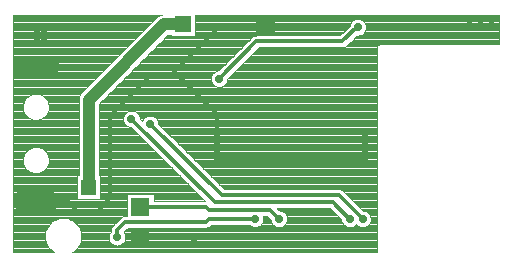
<source format=gbr>
G04 DipTrace 2.3.1.0*
%INBottom.gbr*%
%MOMM*%
%ADD14C,0.3*%
%ADD16C,1.0*%
%ADD17C,0.1*%
%ADD21O,4.0X1.6*%
%ADD27R,1.5X1.5*%
%ADD28C,0.7*%
%ADD30C,0.6*%
%FSLAX53Y53*%
G04*
G71*
G90*
G75*
G01*
%LNBottom*%
%LPD*%
X22320Y21550D2*
D14*
X28360Y15510D1*
X38290D1*
X40300Y13500D1*
X16760Y15874D2*
Y16509D1*
X17395D1*
Y15874D1*
X16760D1*
X17105Y16219D1*
X17395Y16509D1*
X16760D2*
X17395Y15874D1*
X24764Y30320D2*
X25399D1*
Y29685D1*
X24764D1*
Y30320D1*
X25399Y29685D1*
Y30320D2*
X24764Y29685D1*
Y29970D1*
D16*
X23461D1*
X17105Y23614D1*
Y16219D1*
X39890Y29730D2*
D14*
X39790D1*
X38600Y28540D1*
X31320D1*
X28160Y25380D1*
X32384Y29685D2*
X32225D1*
X31749Y30320D2*
X32384D1*
Y29685D1*
X31749D1*
Y30320D1*
X51275D2*
X50322D1*
X49370D2*
X50322D1*
X49370D2*
X41591D1*
X41274Y30637D1*
X32701D1*
X32384Y30320D1*
X31749Y29685D2*
X28098D1*
X24355Y25942D1*
X24129Y25716D1*
X22382D1*
X18890Y22224D1*
Y15239D1*
X17779Y14127D1*
X16191D1*
X15239Y15080D1*
X12671D1*
X12640Y15049D1*
X27939Y18573D2*
Y22358D1*
X24355Y25942D1*
X27939Y20477D2*
Y19843D1*
Y19207D1*
Y18573D1*
X40480Y20478D2*
Y19843D1*
Y19208D1*
Y18573D1*
X27939D1*
X39200Y13520D2*
X39160D1*
X37770Y14910D1*
X27800D1*
X20730Y21980D1*
X33200Y13520D2*
X32440Y14280D1*
X27270D1*
X27010Y14540D1*
X21500D1*
X31200Y13520D2*
X27260D1*
X27020Y13280D1*
X20230D1*
X19510Y12560D1*
Y11960D1*
D28*
X40300Y13500D3*
X39200Y13520D3*
X20730Y21980D3*
X22320Y21550D3*
D30*
X16760Y16509D3*
X17395D3*
X16760Y15874D3*
X17395D3*
X24764Y30320D3*
X25399D3*
X24764Y29685D3*
X25399D3*
X49370Y30320D3*
X50322D3*
X51275D3*
X31749D3*
X32384D3*
X31749Y29685D3*
X32384D3*
X27939Y20477D3*
D28*
X39890Y29730D3*
X28160Y25380D3*
X19510Y11960D3*
X31200Y13520D3*
X33200D3*
D30*
X40480Y20478D3*
X27939Y19843D3*
X40480D3*
X27939Y19207D3*
X40480Y19208D3*
X27939Y18573D3*
X40480D3*
X26040Y11640D3*
X12720Y29355D3*
X13355D3*
X12720Y28720D3*
X13355D3*
X10696Y30717D2*
D17*
X23039D1*
X26103D2*
X51803D1*
X10696Y30621D2*
X22899D1*
X26103D2*
X51803D1*
X10696Y30524D2*
X22799D1*
X26103D2*
X51803D1*
X10696Y30427D2*
X22702D1*
X26103D2*
X39786D1*
X39994D2*
X51803D1*
X10696Y30331D2*
X22605D1*
X26103D2*
X39513D1*
X40267D2*
X51803D1*
X10696Y30234D2*
X22508D1*
X26103D2*
X39389D1*
X40391D2*
X51803D1*
X10696Y30137D2*
X22411D1*
X26103D2*
X39306D1*
X40473D2*
X51803D1*
X10696Y30041D2*
X22314D1*
X26103D2*
X39249D1*
X40531D2*
X51803D1*
X10696Y29944D2*
X22217D1*
X26103D2*
X39210D1*
X40570D2*
X51803D1*
X10696Y29847D2*
X22122D1*
X26103D2*
X39185D1*
X40594D2*
X51803D1*
X10696Y29751D2*
X22025D1*
X26103D2*
X39088D1*
X40603D2*
X51803D1*
X10696Y29654D2*
X21928D1*
X26103D2*
X38992D1*
X40600D2*
X51803D1*
X10696Y29557D2*
X21831D1*
X26103D2*
X38896D1*
X40583D2*
X51803D1*
X10696Y29461D2*
X21735D1*
X26103D2*
X38799D1*
X40550D2*
X51803D1*
X10696Y29364D2*
X21638D1*
X26103D2*
X38702D1*
X40501D2*
X51803D1*
X10696Y29267D2*
X21541D1*
X26103D2*
X38605D1*
X40430D2*
X51803D1*
X10696Y29171D2*
X21444D1*
X26103D2*
X38508D1*
X40326D2*
X51803D1*
X10696Y29074D2*
X21349D1*
X23783D2*
X24066D1*
X26103D2*
X38411D1*
X40155D2*
X51803D1*
X10696Y28977D2*
X21252D1*
X23686D2*
X24066D1*
X26103D2*
X31060D1*
X39759D2*
X51803D1*
X10696Y28881D2*
X21155D1*
X23589D2*
X30938D1*
X39662D2*
X51803D1*
X10696Y28784D2*
X21058D1*
X23492D2*
X30842D1*
X39566D2*
X51803D1*
X10696Y28687D2*
X20961D1*
X23395D2*
X30746D1*
X39470D2*
X51803D1*
X10696Y28591D2*
X20864D1*
X23300D2*
X30649D1*
X39373D2*
X51803D1*
X10696Y28494D2*
X20767D1*
X23203D2*
X30552D1*
X39276D2*
X51803D1*
X10696Y28397D2*
X20672D1*
X23106D2*
X30455D1*
X39180D2*
X51803D1*
X10696Y28301D2*
X20575D1*
X23009D2*
X30358D1*
X39083D2*
X51803D1*
X10696Y28204D2*
X20478D1*
X22912D2*
X30261D1*
X38986D2*
X41578D1*
X10696Y28107D2*
X20381D1*
X22816D2*
X30164D1*
X38867D2*
X41528D1*
X10696Y28011D2*
X20285D1*
X22719D2*
X30069D1*
X31512D2*
X41524D1*
X10696Y27914D2*
X20188D1*
X22622D2*
X29972D1*
X31416D2*
X41524D1*
X10696Y27817D2*
X20091D1*
X22526D2*
X29875D1*
X31320D2*
X41524D1*
X10696Y27721D2*
X19994D1*
X22430D2*
X29778D1*
X31223D2*
X41524D1*
X10696Y27624D2*
X19899D1*
X22333D2*
X29681D1*
X31126D2*
X41524D1*
X10696Y27527D2*
X19802D1*
X22236D2*
X29585D1*
X31030D2*
X41524D1*
X10696Y27431D2*
X19705D1*
X22139D2*
X29488D1*
X30933D2*
X41524D1*
X10696Y27334D2*
X19608D1*
X22042D2*
X29392D1*
X30836D2*
X41524D1*
X10696Y27237D2*
X19511D1*
X21945D2*
X29296D1*
X30739D2*
X41524D1*
X10696Y27141D2*
X19414D1*
X21850D2*
X29199D1*
X30644D2*
X41524D1*
X10696Y27044D2*
X19317D1*
X21753D2*
X29102D1*
X30547D2*
X41524D1*
X10696Y26947D2*
X19222D1*
X21656D2*
X29005D1*
X30450D2*
X41524D1*
X10696Y26851D2*
X19125D1*
X21559D2*
X28908D1*
X30353D2*
X41524D1*
X10696Y26754D2*
X19028D1*
X21462D2*
X28811D1*
X30256D2*
X41524D1*
X10696Y26657D2*
X18931D1*
X21366D2*
X28714D1*
X30159D2*
X41524D1*
X10696Y26561D2*
X18835D1*
X21269D2*
X28619D1*
X30062D2*
X41524D1*
X10696Y26464D2*
X18738D1*
X21172D2*
X28522D1*
X29966D2*
X41524D1*
X10696Y26367D2*
X18641D1*
X21076D2*
X28425D1*
X29870D2*
X41524D1*
X10696Y26271D2*
X18544D1*
X20980D2*
X28328D1*
X29773D2*
X41524D1*
X10696Y26174D2*
X18449D1*
X20883D2*
X28231D1*
X29676D2*
X41524D1*
X10696Y26077D2*
X18352D1*
X20786D2*
X28056D1*
X29580D2*
X41524D1*
X10696Y25981D2*
X18255D1*
X20689D2*
X27783D1*
X29483D2*
X41524D1*
X10696Y25884D2*
X18158D1*
X20592D2*
X27660D1*
X29386D2*
X41524D1*
X10696Y25787D2*
X18061D1*
X20495D2*
X27577D1*
X29289D2*
X41524D1*
X10696Y25691D2*
X17964D1*
X20400D2*
X27519D1*
X29194D2*
X41524D1*
X10696Y25594D2*
X17867D1*
X20303D2*
X27480D1*
X29097D2*
X41524D1*
X10696Y25497D2*
X17772D1*
X20206D2*
X27456D1*
X29000D2*
X41524D1*
X10696Y25401D2*
X17675D1*
X20109D2*
X27447D1*
X28903D2*
X41524D1*
X10696Y25304D2*
X17578D1*
X20012D2*
X27450D1*
X28870D2*
X41524D1*
X10696Y25207D2*
X17481D1*
X19916D2*
X27467D1*
X28851D2*
X41524D1*
X10696Y25111D2*
X17385D1*
X19819D2*
X27500D1*
X28820D2*
X41524D1*
X10696Y25014D2*
X17288D1*
X19722D2*
X27549D1*
X28770D2*
X41524D1*
X10696Y24917D2*
X17191D1*
X19626D2*
X27621D1*
X28700D2*
X41524D1*
X10696Y24821D2*
X17094D1*
X19530D2*
X27724D1*
X28597D2*
X41524D1*
X10696Y24724D2*
X16999D1*
X19433D2*
X27896D1*
X28425D2*
X41524D1*
X10696Y24627D2*
X16902D1*
X19336D2*
X41524D1*
X10696Y24531D2*
X16805D1*
X19239D2*
X41524D1*
X10696Y24434D2*
X16708D1*
X19142D2*
X41524D1*
X10696Y24337D2*
X16611D1*
X19045D2*
X41524D1*
X10696Y24241D2*
X16514D1*
X18950D2*
X41524D1*
X10696Y24144D2*
X16427D1*
X18853D2*
X41524D1*
X10696Y24047D2*
X12286D1*
X12994D2*
X16360D1*
X18756D2*
X41524D1*
X10696Y23951D2*
X12072D1*
X13208D2*
X16311D1*
X18659D2*
X41524D1*
X10696Y23854D2*
X11933D1*
X13348D2*
X16275D1*
X18562D2*
X41524D1*
X10696Y23757D2*
X11828D1*
X13451D2*
X16253D1*
X18466D2*
X41524D1*
X10696Y23661D2*
X11747D1*
X13533D2*
X16242D1*
X18369D2*
X41524D1*
X10696Y23564D2*
X11681D1*
X13598D2*
X16241D1*
X18272D2*
X41524D1*
X10696Y23467D2*
X11631D1*
X13650D2*
X16241D1*
X18176D2*
X41524D1*
X10696Y23371D2*
X11591D1*
X13689D2*
X16241D1*
X18080D2*
X41524D1*
X10696Y23274D2*
X11561D1*
X13719D2*
X16241D1*
X17983D2*
X41524D1*
X10696Y23177D2*
X11541D1*
X13739D2*
X16241D1*
X17969D2*
X41524D1*
X10696Y23081D2*
X11530D1*
X13750D2*
X16241D1*
X17969D2*
X41524D1*
X10696Y22984D2*
X11527D1*
X13753D2*
X16241D1*
X17969D2*
X41524D1*
X10696Y22887D2*
X11531D1*
X13748D2*
X16241D1*
X17969D2*
X41524D1*
X10696Y22791D2*
X11546D1*
X13734D2*
X16241D1*
X17969D2*
X41524D1*
X10696Y22694D2*
X11569D1*
X13711D2*
X16241D1*
X17969D2*
X41524D1*
X10696Y22597D2*
X11602D1*
X13678D2*
X16241D1*
X17969D2*
X20383D1*
X21078D2*
X41524D1*
X10696Y22501D2*
X11646D1*
X13634D2*
X16241D1*
X17969D2*
X20247D1*
X21214D2*
X41524D1*
X10696Y22404D2*
X11700D1*
X13580D2*
X16241D1*
X17969D2*
X20158D1*
X21301D2*
X41524D1*
X10696Y22307D2*
X11769D1*
X13511D2*
X16241D1*
X17969D2*
X20097D1*
X21362D2*
X41524D1*
X10696Y22211D2*
X11858D1*
X13423D2*
X16241D1*
X17969D2*
X20055D1*
X21405D2*
X22067D1*
X22572D2*
X41524D1*
X10696Y22114D2*
X11971D1*
X13309D2*
X16241D1*
X17969D2*
X20030D1*
X21431D2*
X21889D1*
X22751D2*
X41524D1*
X10696Y22017D2*
X12125D1*
X13155D2*
X16241D1*
X17969D2*
X20017D1*
X21442D2*
X21785D1*
X22856D2*
X41524D1*
X10696Y21921D2*
X12394D1*
X12886D2*
X16241D1*
X17969D2*
X20019D1*
X21512D2*
X21711D1*
X22928D2*
X41524D1*
X10696Y21824D2*
X16241D1*
X17969D2*
X20035D1*
X21608D2*
X21661D1*
X22978D2*
X41524D1*
X10696Y21727D2*
X16241D1*
X17969D2*
X20063D1*
X23011D2*
X41524D1*
X10696Y21631D2*
X16241D1*
X17969D2*
X20110D1*
X23030D2*
X41524D1*
X10696Y21534D2*
X16241D1*
X17969D2*
X20175D1*
X23058D2*
X41524D1*
X10696Y21437D2*
X16241D1*
X17969D2*
X20272D1*
X23155D2*
X41524D1*
X10696Y21341D2*
X16241D1*
X17969D2*
X20427D1*
X23251D2*
X41524D1*
X10696Y21244D2*
X16241D1*
X17969D2*
X20744D1*
X23348D2*
X41524D1*
X10696Y21147D2*
X16241D1*
X17969D2*
X20841D1*
X23445D2*
X41524D1*
X10696Y21051D2*
X16241D1*
X17969D2*
X20938D1*
X23542D2*
X41524D1*
X10696Y20954D2*
X16241D1*
X17969D2*
X21033D1*
X23639D2*
X41524D1*
X10696Y20857D2*
X16241D1*
X17969D2*
X21130D1*
X23734D2*
X41524D1*
X10696Y20761D2*
X16241D1*
X17969D2*
X21227D1*
X23831D2*
X41524D1*
X10696Y20664D2*
X16241D1*
X17969D2*
X21324D1*
X23928D2*
X41524D1*
X10696Y20567D2*
X16241D1*
X17969D2*
X21421D1*
X24025D2*
X41524D1*
X10696Y20471D2*
X16241D1*
X17969D2*
X21517D1*
X24122D2*
X41524D1*
X10696Y20374D2*
X16241D1*
X17969D2*
X21614D1*
X24219D2*
X41524D1*
X10696Y20277D2*
X16241D1*
X17969D2*
X21710D1*
X24316D2*
X41524D1*
X10696Y20181D2*
X16241D1*
X17969D2*
X21806D1*
X24412D2*
X41524D1*
X10696Y20084D2*
X16241D1*
X17969D2*
X21903D1*
X24508D2*
X41524D1*
X10696Y19987D2*
X16241D1*
X17969D2*
X22000D1*
X24605D2*
X41524D1*
X10696Y19891D2*
X16241D1*
X17969D2*
X22097D1*
X24701D2*
X41524D1*
X10696Y19794D2*
X16241D1*
X17969D2*
X22194D1*
X24798D2*
X41524D1*
X10696Y19697D2*
X16241D1*
X17969D2*
X22291D1*
X24895D2*
X41524D1*
X10696Y19601D2*
X12567D1*
X12712D2*
X16241D1*
X17969D2*
X22388D1*
X24992D2*
X41524D1*
X10696Y19504D2*
X12175D1*
X13106D2*
X16241D1*
X17969D2*
X22483D1*
X25089D2*
X41524D1*
X10696Y19407D2*
X12003D1*
X13276D2*
X16241D1*
X17969D2*
X22580D1*
X25184D2*
X41524D1*
X10696Y19311D2*
X11883D1*
X13397D2*
X16241D1*
X17969D2*
X22677D1*
X25281D2*
X41524D1*
X10696Y19214D2*
X11789D1*
X13491D2*
X16241D1*
X17969D2*
X22774D1*
X25378D2*
X41524D1*
X10696Y19117D2*
X11716D1*
X13564D2*
X16241D1*
X17969D2*
X22871D1*
X25475D2*
X41524D1*
X10696Y19021D2*
X11658D1*
X13622D2*
X16241D1*
X17969D2*
X22967D1*
X25572D2*
X41524D1*
X10696Y18924D2*
X11611D1*
X13669D2*
X16241D1*
X17969D2*
X23064D1*
X25669D2*
X41524D1*
X10696Y18827D2*
X11577D1*
X13703D2*
X16241D1*
X17969D2*
X23160D1*
X25766D2*
X41524D1*
X10696Y18731D2*
X11550D1*
X13730D2*
X16241D1*
X17969D2*
X23256D1*
X25862D2*
X41524D1*
X10696Y18634D2*
X11535D1*
X13745D2*
X16241D1*
X17969D2*
X23353D1*
X25958D2*
X41524D1*
X10696Y18537D2*
X11527D1*
X13753D2*
X16241D1*
X17969D2*
X23450D1*
X26055D2*
X41524D1*
X10696Y18441D2*
X11528D1*
X13751D2*
X16241D1*
X17969D2*
X23547D1*
X26151D2*
X41524D1*
X10696Y18344D2*
X11538D1*
X13742D2*
X16241D1*
X17969D2*
X23644D1*
X26248D2*
X41524D1*
X10696Y18247D2*
X11555D1*
X13725D2*
X16241D1*
X17969D2*
X23741D1*
X26345D2*
X41524D1*
X10696Y18151D2*
X11583D1*
X13697D2*
X16241D1*
X17969D2*
X23838D1*
X26442D2*
X41524D1*
X10696Y18054D2*
X11621D1*
X13661D2*
X16241D1*
X17969D2*
X23933D1*
X26539D2*
X41524D1*
X10696Y17957D2*
X11669D1*
X13612D2*
X16241D1*
X17969D2*
X24030D1*
X26634D2*
X41524D1*
X10696Y17861D2*
X11730D1*
X13550D2*
X16241D1*
X17969D2*
X24127D1*
X26731D2*
X41524D1*
X10696Y17764D2*
X11806D1*
X13473D2*
X16241D1*
X17969D2*
X24224D1*
X26828D2*
X41524D1*
X10696Y17667D2*
X11905D1*
X13376D2*
X16241D1*
X17969D2*
X24321D1*
X26925D2*
X41524D1*
X10696Y17571D2*
X12033D1*
X13247D2*
X16241D1*
X17969D2*
X24417D1*
X27022D2*
X41524D1*
X10696Y17474D2*
X12221D1*
X13059D2*
X16241D1*
X17969D2*
X24514D1*
X27119D2*
X41524D1*
X10696Y17377D2*
X16241D1*
X17969D2*
X24610D1*
X27216D2*
X41524D1*
X10696Y17281D2*
X16241D1*
X17969D2*
X24706D1*
X27312D2*
X41524D1*
X10696Y17184D2*
X16241D1*
X17969D2*
X24803D1*
X27408D2*
X41524D1*
X10696Y17087D2*
X16097D1*
X18114D2*
X24900D1*
X27505D2*
X41524D1*
X10696Y16991D2*
X16097D1*
X18114D2*
X24997D1*
X27601D2*
X41524D1*
X10696Y16894D2*
X16097D1*
X18114D2*
X25094D1*
X27698D2*
X41524D1*
X10696Y16797D2*
X16097D1*
X18114D2*
X25191D1*
X27795D2*
X41524D1*
X10696Y16701D2*
X16097D1*
X18114D2*
X25288D1*
X27892D2*
X41524D1*
X10696Y16604D2*
X16097D1*
X18114D2*
X25383D1*
X27989D2*
X41524D1*
X10696Y16507D2*
X16097D1*
X18114D2*
X25480D1*
X28084D2*
X41524D1*
X10696Y16411D2*
X16097D1*
X18114D2*
X25577D1*
X28181D2*
X41524D1*
X10696Y16314D2*
X16097D1*
X18114D2*
X25674D1*
X28278D2*
X41524D1*
X10696Y16217D2*
X16097D1*
X18114D2*
X25771D1*
X28375D2*
X41524D1*
X10696Y16121D2*
X16097D1*
X18114D2*
X25867D1*
X28472D2*
X41524D1*
X10696Y16024D2*
X16097D1*
X18114D2*
X25964D1*
X28569D2*
X41524D1*
X10696Y15927D2*
X16097D1*
X18114D2*
X26060D1*
X38583D2*
X41524D1*
X10696Y15831D2*
X16097D1*
X18114D2*
X26156D1*
X38692D2*
X41524D1*
X10696Y15734D2*
X16097D1*
X18114D2*
X26253D1*
X38789D2*
X41524D1*
X10696Y15637D2*
X16097D1*
X18114D2*
X20386D1*
X22614D2*
X26350D1*
X38884D2*
X41524D1*
X10696Y15541D2*
X16097D1*
X18114D2*
X20386D1*
X22614D2*
X26447D1*
X38981D2*
X41524D1*
X10696Y15444D2*
X16097D1*
X18114D2*
X20386D1*
X22614D2*
X26544D1*
X39078D2*
X41524D1*
X10696Y15347D2*
X16097D1*
X18114D2*
X20386D1*
X22614D2*
X26641D1*
X39175D2*
X41524D1*
X10696Y15251D2*
X16097D1*
X18114D2*
X20386D1*
X22614D2*
X26738D1*
X39272D2*
X41524D1*
X10696Y15154D2*
X20386D1*
X22614D2*
X26833D1*
X39369D2*
X41524D1*
X10696Y15057D2*
X20386D1*
X22614D2*
X26930D1*
X39466D2*
X41524D1*
X10696Y14961D2*
X20386D1*
X39562D2*
X41524D1*
X10696Y14864D2*
X20386D1*
X39658D2*
X41524D1*
X10696Y14767D2*
X20386D1*
X39755D2*
X41524D1*
X10696Y14671D2*
X20386D1*
X39851D2*
X41524D1*
X10696Y14574D2*
X20386D1*
X39948D2*
X41524D1*
X10696Y14477D2*
X20386D1*
X40045D2*
X41524D1*
X10696Y14381D2*
X20386D1*
X33062D2*
X37577D1*
X40142D2*
X41524D1*
X10696Y14284D2*
X20386D1*
X33158D2*
X37674D1*
X40239D2*
X41524D1*
X10696Y14187D2*
X20386D1*
X33433D2*
X37771D1*
X40461D2*
X41524D1*
X10696Y14091D2*
X20386D1*
X33622D2*
X37867D1*
X40692D2*
X41524D1*
X10696Y13994D2*
X20386D1*
X33730D2*
X37964D1*
X40811D2*
X41524D1*
X10696Y13897D2*
X20386D1*
X33805D2*
X38060D1*
X40891D2*
X41524D1*
X10696Y13801D2*
X20386D1*
X33855D2*
X38156D1*
X40947D2*
X41524D1*
X10696Y13704D2*
X19949D1*
X31889D2*
X32294D1*
X33889D2*
X38253D1*
X40983D2*
X41524D1*
X10696Y13607D2*
X19835D1*
X31908D2*
X32391D1*
X33908D2*
X38350D1*
X41006D2*
X41524D1*
X10696Y13511D2*
X14441D1*
X15459D2*
X19738D1*
X31914D2*
X32486D1*
X33914D2*
X38447D1*
X41014D2*
X41524D1*
X10696Y13414D2*
X14216D1*
X15684D2*
X19642D1*
X31906D2*
X32494D1*
X33906D2*
X38494D1*
X41008D2*
X41524D1*
X10696Y13317D2*
X14056D1*
X15844D2*
X19546D1*
X31884D2*
X32516D1*
X33884D2*
X38516D1*
X40989D2*
X41524D1*
X10696Y13221D2*
X13931D1*
X15969D2*
X19449D1*
X31847D2*
X32553D1*
X33847D2*
X38553D1*
X40956D2*
X41524D1*
X10696Y13124D2*
X13828D1*
X16072D2*
X19352D1*
X31792D2*
X32608D1*
X33792D2*
X38608D1*
X40905D2*
X41524D1*
X10696Y13027D2*
X13741D1*
X16159D2*
X19255D1*
X31712D2*
X32688D1*
X33712D2*
X38688D1*
X39712D2*
X39769D1*
X40831D2*
X41524D1*
X10696Y12931D2*
X13667D1*
X16233D2*
X19158D1*
X27394D2*
X30805D1*
X31595D2*
X32805D1*
X33595D2*
X38805D1*
X39595D2*
X39877D1*
X40723D2*
X41524D1*
X10696Y12834D2*
X13605D1*
X16295D2*
X19077D1*
X27264D2*
X31033D1*
X31367D2*
X33033D1*
X33367D2*
X39033D1*
X39367D2*
X40063D1*
X40537D2*
X41524D1*
X10696Y12737D2*
X13552D1*
X16348D2*
X19028D1*
X20409D2*
X41524D1*
X10696Y12641D2*
X13508D1*
X16392D2*
X19003D1*
X20312D2*
X41524D1*
X10696Y12544D2*
X13471D1*
X16430D2*
X18997D1*
X20216D2*
X41524D1*
X10696Y12447D2*
X13441D1*
X16459D2*
X18992D1*
X20120D2*
X41524D1*
X10696Y12351D2*
X13419D1*
X16481D2*
X18914D1*
X20105D2*
X41524D1*
X10696Y12254D2*
X13402D1*
X16498D2*
X18861D1*
X20159D2*
X41524D1*
X10696Y12157D2*
X13391D1*
X16509D2*
X18825D1*
X20195D2*
X41524D1*
X10696Y12061D2*
X13388D1*
X16512D2*
X18803D1*
X20217D2*
X41524D1*
X10696Y11964D2*
X13389D1*
X16511D2*
X18797D1*
X20223D2*
X41524D1*
X10696Y11867D2*
X13397D1*
X16503D2*
X18802D1*
X20217D2*
X41524D1*
X10696Y11771D2*
X13411D1*
X16489D2*
X18822D1*
X20198D2*
X41524D1*
X10696Y11674D2*
X13431D1*
X16469D2*
X18856D1*
X20162D2*
X41524D1*
X10696Y11577D2*
X13458D1*
X16442D2*
X18910D1*
X20111D2*
X41524D1*
X10696Y11481D2*
X13491D1*
X16409D2*
X18985D1*
X20036D2*
X41524D1*
X10696Y11384D2*
X13533D1*
X16367D2*
X19096D1*
X19925D2*
X41524D1*
X10696Y11287D2*
X13581D1*
X16319D2*
X19294D1*
X19726D2*
X41524D1*
X10696Y11191D2*
X13639D1*
X16261D2*
X41524D1*
X10696Y11094D2*
X13708D1*
X16192D2*
X41524D1*
X10696Y10997D2*
X13789D1*
X16111D2*
X41524D1*
X10696Y10901D2*
X13885D1*
X16016D2*
X41524D1*
X10696Y10804D2*
X14000D1*
X15900D2*
X41524D1*
X10696Y10707D2*
X14142D1*
X15758D2*
X41524D1*
X16503Y11990D2*
X16490Y11841D1*
X16464Y11693D1*
X16424Y11549D1*
X16369Y11409D1*
X16302Y11275D1*
X16222Y11148D1*
X16130Y11030D1*
X16027Y10921D1*
X15914Y10822D1*
X15792Y10735D1*
X15710Y10686D1*
X41534D1*
X41533Y11220D1*
Y28060D1*
X41539Y28110D1*
X41556Y28156D1*
X41583Y28198D1*
X41619Y28233D1*
X41662Y28258D1*
X41710Y28273D1*
X41750Y28277D1*
X51814D1*
Y30814D1*
X26094D1*
Y28956D1*
X24076D1*
Y29117D1*
X23815Y29116D1*
X17959Y23260D1*
Y17184D1*
X18104D1*
Y15196D1*
X16106D1*
Y17184D1*
X16251D1*
Y23614D1*
X16257Y23714D1*
X16274Y23812D1*
X16303Y23908D1*
X16343Y23999D1*
X16393Y24086D1*
X16453Y24166D1*
X16537Y24253D1*
X22894Y30608D1*
X22972Y30670D1*
X23057Y30722D1*
X23148Y30764D1*
X23243Y30796D1*
X23309Y30810D1*
X23314Y30814D1*
X10686D1*
Y10686D1*
X14191D1*
X14091Y10746D1*
X13970Y10835D1*
X13859Y10935D1*
X13757Y11045D1*
X13667Y11165D1*
X13588Y11292D1*
X13523Y11427D1*
X13470Y11568D1*
X13432Y11713D1*
X13407Y11860D1*
X13397Y12010D1*
X13401Y12160D1*
X13420Y12309D1*
X13453Y12455D1*
X13500Y12597D1*
X13561Y12735D1*
X13634Y12865D1*
X13720Y12988D1*
X13817Y13102D1*
X13925Y13207D1*
X14042Y13300D1*
X14168Y13382D1*
X14301Y13451D1*
X14440Y13507D1*
X14584Y13550D1*
X14731Y13578D1*
X14880Y13592D1*
X15030Y13591D1*
X15179Y13576D1*
X15326Y13547D1*
X15470Y13504D1*
X15609Y13447D1*
X15741Y13377D1*
X15866Y13294D1*
X15983Y13200D1*
X16090Y13095D1*
X16186Y12980D1*
X16271Y12857D1*
X16344Y12725D1*
X16404Y12588D1*
X16450Y12445D1*
X16482Y12299D1*
X16499Y12150D1*
X16503Y12040D1*
Y11990D1*
X13743Y18449D2*
X13734Y18349D1*
X13716Y18251D1*
X13689Y18155D1*
X13654Y18061D1*
X13610Y17971D1*
X13558Y17886D1*
X13499Y17805D1*
X13433Y17730D1*
X13360Y17662D1*
X13281Y17600D1*
X13197Y17546D1*
X13109Y17499D1*
X13016Y17461D1*
X12921Y17431D1*
X12823Y17410D1*
X12724Y17398D1*
X12624Y17395D1*
X12524Y17401D1*
X12426Y17416D1*
X12328Y17440D1*
X12234Y17472D1*
X12143Y17513D1*
X12056Y17562D1*
X11973Y17619D1*
X11896Y17683D1*
X11826Y17753D1*
X11762Y17830D1*
X11705Y17912D1*
X11655Y17999D1*
X11614Y18090D1*
X11582Y18185D1*
X11557Y18282D1*
X11542Y18381D1*
X11536Y18480D1*
X11539Y18580D1*
X11551Y18680D1*
X11572Y18777D1*
X11601Y18873D1*
X11639Y18965D1*
X11686Y19054D1*
X11740Y19138D1*
X11801Y19217D1*
X11870Y19290D1*
X11944Y19356D1*
X12025Y19415D1*
X12110Y19467D1*
X12200Y19511D1*
X12293Y19547D1*
X12390Y19574D1*
X12488Y19592D1*
X12588Y19601D1*
X12688Y19602D1*
X12787Y19593D1*
X12885Y19575D1*
X12982Y19549D1*
X13075Y19513D1*
X13165Y19470D1*
X13251Y19418D1*
X13332Y19359D1*
X13407Y19293D1*
X13475Y19220D1*
X13537Y19142D1*
X13592Y19058D1*
X13638Y18970D1*
X13677Y18878D1*
X13707Y18782D1*
X13728Y18684D1*
X13741Y18585D1*
X13744Y18499D1*
X13743Y18449D1*
Y22949D2*
X13734Y22849D1*
X13716Y22751D1*
X13689Y22655D1*
X13654Y22561D1*
X13610Y22471D1*
X13558Y22386D1*
X13499Y22305D1*
X13433Y22230D1*
X13360Y22162D1*
X13281Y22100D1*
X13197Y22046D1*
X13109Y21999D1*
X13016Y21961D1*
X12921Y21931D1*
X12823Y21910D1*
X12724Y21898D1*
X12624Y21895D1*
X12524Y21901D1*
X12426Y21916D1*
X12328Y21940D1*
X12234Y21972D1*
X12143Y22013D1*
X12056Y22062D1*
X11973Y22119D1*
X11896Y22183D1*
X11826Y22253D1*
X11762Y22330D1*
X11705Y22412D1*
X11655Y22499D1*
X11614Y22590D1*
X11582Y22685D1*
X11557Y22782D1*
X11542Y22881D1*
X11536Y22980D1*
X11539Y23080D1*
X11551Y23180D1*
X11572Y23277D1*
X11601Y23373D1*
X11639Y23465D1*
X11686Y23554D1*
X11740Y23638D1*
X11801Y23717D1*
X11870Y23790D1*
X11944Y23856D1*
X12025Y23915D1*
X12110Y23967D1*
X12200Y24011D1*
X12293Y24047D1*
X12390Y24074D1*
X12488Y24092D1*
X12588Y24101D1*
X12688Y24102D1*
X12787Y24093D1*
X12885Y24075D1*
X12982Y24049D1*
X13075Y24013D1*
X13165Y23970D1*
X13251Y23918D1*
X13332Y23859D1*
X13407Y23793D1*
X13475Y23720D1*
X13537Y23642D1*
X13592Y23558D1*
X13638Y23470D1*
X13677Y23377D1*
X13707Y23282D1*
X13728Y23184D1*
X13741Y23085D1*
X13744Y22999D1*
X13743Y22949D1*
X41002Y13450D2*
X40988Y13351D1*
X40960Y13255D1*
X40919Y13164D1*
X40865Y13080D1*
X40800Y13004D1*
X40725Y12938D1*
X40641Y12884D1*
X40550Y12842D1*
X40455Y12813D1*
X40356Y12798D1*
X40256Y12797D1*
X40157Y12811D1*
X40061Y12838D1*
X39969Y12878D1*
X39885Y12932D1*
X39808Y12996D1*
X39741Y13072D1*
X39700Y13024D1*
X39625Y12959D1*
X39541Y12904D1*
X39450Y12862D1*
X39355Y12833D1*
X39256Y12818D1*
X39156Y12817D1*
X39057Y12831D1*
X38961Y12858D1*
X38869Y12898D1*
X38785Y12952D1*
X38708Y13016D1*
X38642Y13091D1*
X38587Y13174D1*
X38544Y13264D1*
X38514Y13360D1*
X38499Y13458D1*
X38498Y13469D1*
X37561Y14407D1*
X33028Y14406D1*
X33209Y14224D1*
X33282Y14219D1*
X33380Y14200D1*
X33475Y14168D1*
X33564Y14123D1*
X33646Y14065D1*
X33718Y13996D1*
X33780Y13918D1*
X33831Y13832D1*
X33869Y13740D1*
X33893Y13643D1*
X33904Y13543D1*
X33902Y13470D1*
X33888Y13371D1*
X33860Y13275D1*
X33819Y13184D1*
X33765Y13100D1*
X33700Y13024D1*
X33625Y12959D1*
X33541Y12904D1*
X33450Y12862D1*
X33355Y12833D1*
X33256Y12818D1*
X33156Y12817D1*
X33057Y12831D1*
X32961Y12858D1*
X32869Y12898D1*
X32785Y12952D1*
X32708Y13016D1*
X32642Y13091D1*
X32587Y13174D1*
X32544Y13264D1*
X32514Y13360D1*
X32499Y13458D1*
X32496Y13513D1*
X32384Y13623D1*
X32230Y13777D1*
X31854Y13776D1*
X31883Y13692D1*
X31900Y13593D1*
X31904Y13520D1*
X31897Y13420D1*
X31876Y13323D1*
X31841Y13229D1*
X31793Y13141D1*
X31734Y13061D1*
X31663Y12990D1*
X31584Y12930D1*
X31496Y12881D1*
X31403Y12846D1*
X31305Y12824D1*
X31206Y12816D1*
X31106Y12822D1*
X31008Y12843D1*
X30914Y12877D1*
X30826Y12923D1*
X30745Y12982D1*
X30707Y13017D1*
X30450Y13016D1*
X27467D1*
X27376Y12924D1*
X27299Y12860D1*
X27211Y12814D1*
X27115Y12785D1*
X27016Y12776D1*
X20437D1*
X20062Y12399D1*
X20117Y12316D1*
X20162Y12227D1*
X20193Y12132D1*
X20210Y12033D1*
X20214Y11960D1*
X20207Y11860D1*
X20186Y11763D1*
X20151Y11669D1*
X20103Y11581D1*
X20044Y11501D1*
X19973Y11430D1*
X19894Y11370D1*
X19806Y11321D1*
X19713Y11286D1*
X19615Y11264D1*
X19516Y11256D1*
X19416Y11262D1*
X19318Y11283D1*
X19224Y11317D1*
X19136Y11364D1*
X19055Y11422D1*
X18984Y11492D1*
X18923Y11571D1*
X18874Y11658D1*
X18838Y11752D1*
X18815Y11849D1*
X18806Y11948D1*
X18812Y12048D1*
X18831Y12146D1*
X18864Y12240D1*
X18910Y12329D1*
X18969Y12410D1*
X19005Y12451D1*
X19008Y12610D1*
X19028Y12708D1*
X19067Y12800D1*
X19123Y12883D1*
X19189Y12952D1*
X19911Y13670D1*
X19994Y13725D1*
X20086Y13763D1*
X20184Y13782D1*
X20280Y13784D1*
X20396Y13786D1*
Y15644D1*
X22604D1*
Y15042D1*
X22900Y15044D1*
X26955D1*
X26701Y15296D1*
X20721Y21277D1*
X20636Y21282D1*
X20538Y21303D1*
X20444Y21337D1*
X20356Y21383D1*
X20275Y21442D1*
X20204Y21512D1*
X20143Y21591D1*
X20094Y21678D1*
X20058Y21772D1*
X20035Y21869D1*
X20026Y21968D1*
X20032Y22068D1*
X20051Y22166D1*
X20084Y22260D1*
X20130Y22349D1*
X20189Y22430D1*
X20258Y22502D1*
X20337Y22564D1*
X20423Y22614D1*
X20516Y22651D1*
X20613Y22674D1*
X20712Y22684D1*
X20812Y22679D1*
X20910Y22660D1*
X21005Y22628D1*
X21094Y22583D1*
X21176Y22525D1*
X21248Y22456D1*
X21311Y22378D1*
X21361Y22292D1*
X21399Y22200D1*
X21423Y22103D1*
X21434Y22003D1*
Y21988D1*
X21651Y21772D1*
X21696Y21875D1*
X21748Y21961D1*
X21812Y22037D1*
X21886Y22104D1*
X21969Y22160D1*
X22059Y22204D1*
X22154Y22234D1*
X22253Y22251D1*
X22352Y22253D1*
X22452Y22242D1*
X22548Y22216D1*
X22640Y22177D1*
X22726Y22125D1*
X22803Y22062D1*
X22871Y21988D1*
X22927Y21906D1*
X22972Y21817D1*
X23003Y21722D1*
X23020Y21623D1*
X23024Y21558D1*
X24480Y20103D1*
X28569Y16014D1*
X38290D1*
X38389Y16004D1*
X38485Y15975D1*
X38573Y15927D1*
X38649Y15863D1*
X40309Y14204D1*
X40382Y14199D1*
X40480Y14180D1*
X40575Y14148D1*
X40664Y14103D1*
X40746Y14045D1*
X40818Y13976D1*
X40881Y13898D1*
X40931Y13812D1*
X40969Y13720D1*
X40993Y13623D1*
X41004Y13523D1*
X41002Y13450D1*
X40592Y29680D2*
X40578Y29581D1*
X40550Y29485D1*
X40509Y29394D1*
X40455Y29310D1*
X40390Y29234D1*
X40315Y29168D1*
X40231Y29114D1*
X40140Y29072D1*
X40045Y29043D1*
X39946Y29028D1*
X39846Y29027D1*
X39804Y29032D1*
X38956Y28184D1*
X38879Y28120D1*
X38791Y28074D1*
X38695Y28045D1*
X38596Y28036D1*
X31530D1*
X29343Y25850D1*
X28865Y25372D1*
X28857Y25280D1*
X28836Y25183D1*
X28801Y25089D1*
X28753Y25001D1*
X28694Y24921D1*
X28623Y24850D1*
X28544Y24790D1*
X28456Y24741D1*
X28363Y24706D1*
X28265Y24684D1*
X28166Y24676D1*
X28066Y24682D1*
X27968Y24703D1*
X27874Y24737D1*
X27786Y24784D1*
X27705Y24842D1*
X27634Y24912D1*
X27573Y24991D1*
X27524Y25078D1*
X27488Y25171D1*
X27465Y25269D1*
X27456Y25368D1*
X27462Y25468D1*
X27481Y25566D1*
X27514Y25660D1*
X27560Y25749D1*
X27619Y25830D1*
X27688Y25902D1*
X27767Y25964D1*
X27853Y26014D1*
X27946Y26051D1*
X28043Y26074D1*
X28142Y26084D1*
X28150D1*
X30964Y28896D1*
X31041Y28960D1*
X31129Y29006D1*
X31225Y29035D1*
X31324Y29044D1*
X38390D1*
X39197Y29850D1*
X39211Y29916D1*
X39244Y30010D1*
X39290Y30099D1*
X39349Y30180D1*
X39418Y30252D1*
X39497Y30314D1*
X39583Y30364D1*
X39676Y30401D1*
X39773Y30424D1*
X39872Y30434D1*
X39972Y30429D1*
X40070Y30410D1*
X40165Y30378D1*
X40254Y30333D1*
X40336Y30275D1*
X40408Y30206D1*
X40470Y30128D1*
X40521Y30042D1*
X40559Y29950D1*
X40583Y29853D1*
X40594Y29753D1*
X40592Y29680D1*
D21*
X12640Y15049D3*
Y26449D3*
D27*
X21500Y14540D3*
Y12000D3*
G36*
X16460Y16830D2*
X17750D1*
Y15550D1*
X16460D1*
Y16830D1*
G37*
G36*
X24430Y30650D2*
X25740D1*
Y29310D1*
X24430D1*
Y30650D1*
G37*
G36*
X31272Y30754D2*
X32860D1*
Y29209D1*
X31272D1*
Y30754D1*
G37*
M02*

</source>
